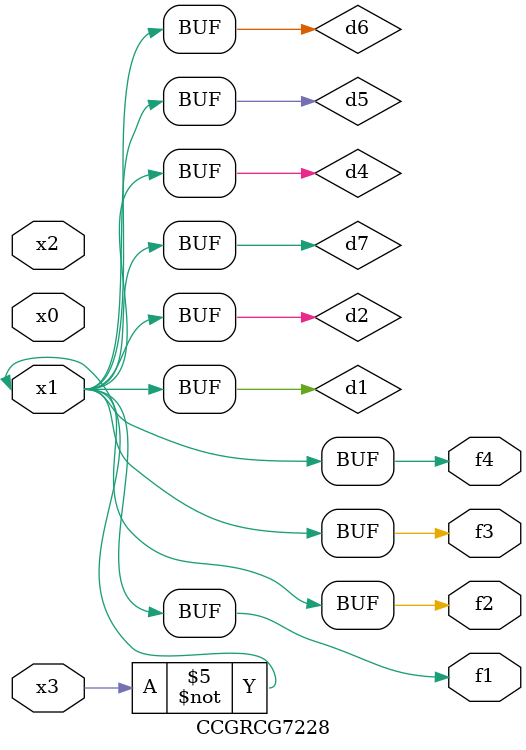
<source format=v>
module CCGRCG7228(
	input x0, x1, x2, x3,
	output f1, f2, f3, f4
);

	wire d1, d2, d3, d4, d5, d6, d7;

	not (d1, x3);
	buf (d2, x1);
	xnor (d3, d1, d2);
	nor (d4, d1);
	buf (d5, d1, d2);
	buf (d6, d4, d5);
	nand (d7, d4);
	assign f1 = d6;
	assign f2 = d7;
	assign f3 = d6;
	assign f4 = d6;
endmodule

</source>
